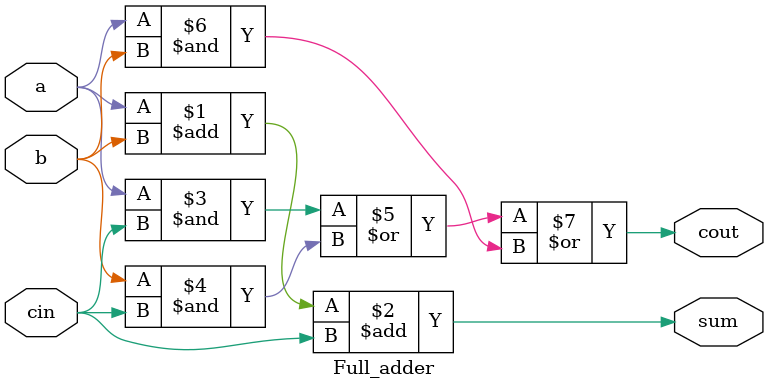
<source format=sv>
module Full_adder ( 
    input  logic a, b, cin,
    output logic cout, sum 
);

    assign sum  = a + b + cin;
    assign cout = (a & cin) | (b & cin) | (a & b);

endmodule

</source>
